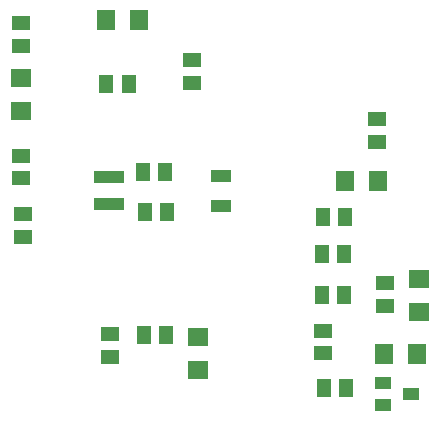
<source format=gbr>
G04 EAGLE Gerber RS-274X export*
G75*
%MOMM*%
%FSLAX34Y34*%
%LPD*%
%INSolderpaste Top*%
%IPPOS*%
%AMOC8*
5,1,8,0,0,1.08239X$1,22.5*%
G01*
%ADD10R,1.500000X1.300000*%
%ADD11R,1.600000X1.800000*%
%ADD12R,1.300000X1.500000*%
%ADD13R,1.800000X1.600000*%
%ADD14R,2.540000X1.015000*%
%ADD15R,1.400000X1.000000*%
%ADD16R,1.803000X1.600000*%
%ADD17R,1.800000X1.000000*%


D10*
X48500Y254700D03*
X48500Y273700D03*
D11*
X322100Y252100D03*
X350100Y252100D03*
D10*
X349100Y304700D03*
X349100Y285700D03*
D12*
X152800Y226200D03*
X171800Y226200D03*
X151100Y259700D03*
X170100Y259700D03*
D10*
X49900Y205200D03*
X49900Y224200D03*
D13*
X48200Y311200D03*
X48200Y339200D03*
D10*
X356200Y165700D03*
X356200Y146700D03*
D11*
X355700Y106200D03*
X383700Y106200D03*
D12*
X151900Y121700D03*
X170900Y121700D03*
D10*
X123700Y122700D03*
X123700Y103700D03*
D11*
X120200Y388200D03*
X148200Y388200D03*
D12*
X139200Y334200D03*
X120200Y334200D03*
D10*
X303900Y106700D03*
X303900Y125700D03*
D14*
X122800Y255430D03*
X122800Y232570D03*
D15*
X378600Y72100D03*
X354600Y62600D03*
X354600Y81600D03*
D16*
X384800Y169420D03*
X384800Y140980D03*
D10*
X193300Y335700D03*
X193300Y354700D03*
D12*
X303400Y221700D03*
X322400Y221700D03*
X302900Y155700D03*
X321900Y155700D03*
X302900Y190700D03*
X321900Y190700D03*
D10*
X47700Y366700D03*
X47700Y385700D03*
D12*
X304400Y76700D03*
X323400Y76700D03*
D16*
X197600Y91980D03*
X197600Y120420D03*
D17*
X217100Y256500D03*
X217100Y231500D03*
M02*

</source>
